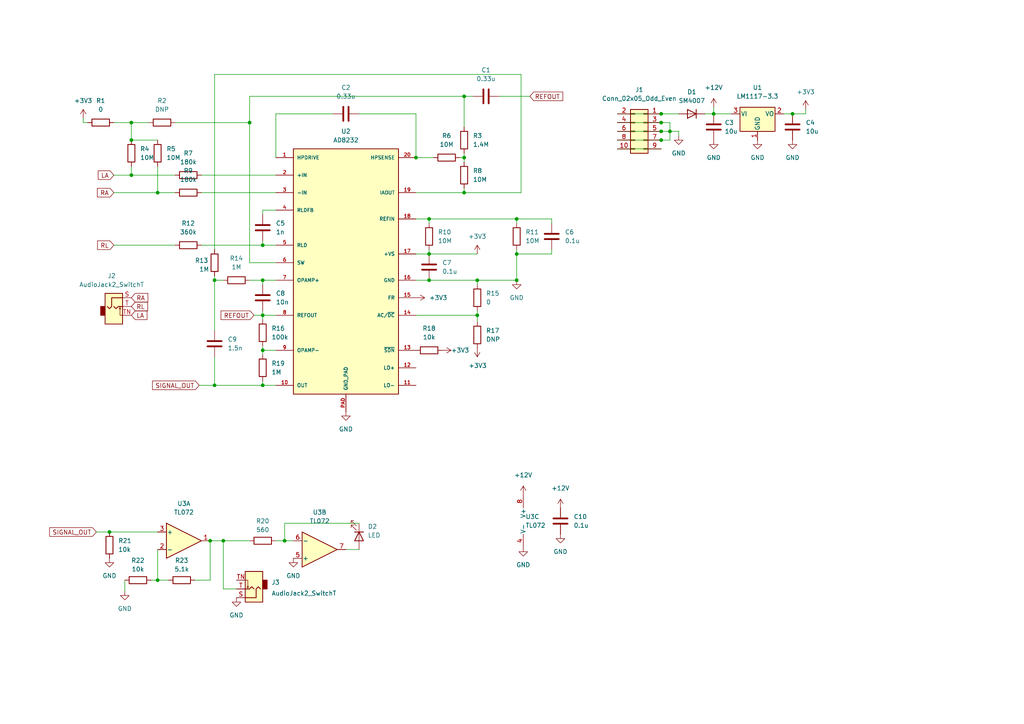
<source format=kicad_sch>
(kicad_sch (version 20211123) (generator eeschema)
  (paper "A4")
  (lib_symbols
    (symbol "AD8232:AD8232" (pin_names (offset 1.016))
      (property "Reference" "U" (at -15.24 45.72 0))
      (property "Value" "AD8232" (at -15.24 -30.48 0))
      (symbol "AD8232_0_0"
        (rectangle (start -15.24 -27.94) (end 15.24 43.18) (stroke (width 0.254)) (fill (type background)))
        (pin bidirectional line (at -20.32 40.64 0) (length 5.08) (name "HPDRIVE") (number "1"))
        (pin bidirectional line (at -20.32 -25.4 0) (length 5.08) (name "OUT") (number "10"))
        (pin bidirectional line (at 20.32 -25.4 180) (length 5.08) (name "LO-") (number "11"))
        (pin bidirectional line (at 20.32 -20.32 180) (length 5.08) (name "LO+") (number "12"))
        (pin bidirectional line (at 20.32 -15.24 180) (length 5.08) (name "~{SDN}") (number "13"))
        (pin bidirectional line (at 20.32 -5.08 180) (length 5.08) (name "AC/~{DC}") (number "14"))
        (pin bidirectional line (at 20.32 0 180) (length 5.08) (name "FR") (number "15"))
        (pin bidirectional line (at 20.32 5.08 180) (length 5.08) (name "GND") (number "16"))
        (pin bidirectional line (at 20.32 12.7 180) (length 5.08) (name "+VS") (number "17"))
        (pin bidirectional line (at 20.32 22.86 180) (length 5.08) (name "REFIN") (number "18"))
        (pin bidirectional line (at 20.32 30.48 180) (length 5.08) (name "IAOUT") (number "19"))
        (pin bidirectional line (at -20.32 35.56 0) (length 5.08) (name "+IN") (number "2"))
        (pin bidirectional line (at 20.32 40.64 180) (length 5.08) (name "HPSENSE") (number "20"))
        (pin bidirectional line (at -20.32 30.48 0) (length 5.08) (name "-IN") (number "3"))
        (pin bidirectional line (at -20.32 25.4 0) (length 5.08) (name "RLDFB") (number "4"))
        (pin bidirectional line (at -20.32 15.24 0) (length 5.08) (name "RLD") (number "5"))
        (pin bidirectional line (at -20.32 10.16 0) (length 5.08) (name "SW") (number "6"))
        (pin bidirectional line (at -20.32 5.08 0) (length 5.08) (name "OPAMP+") (number "7"))
        (pin bidirectional line (at -20.32 -5.08 0) (length 5.08) (name "REFOUT") (number "8"))
        (pin bidirectional line (at -20.32 -15.24 0) (length 5.08) (name "OPAMP-") (number "9"))
        (pin bidirectional line (at 0 -33.02 90) (length 5.08) (name "GND_PAD") (number "PAD"))
      )
    )
    (symbol "Amplifier_Operational:TL072" (pin_names (offset 0.127))
      (property "Reference" "U" (at 0 5.08 0))
      (property "Value" "TL072" (at 0 -5.08 0))
      (symbol "TL072_1_1"
        (polyline (pts (xy -5.08 5.08) (xy 5.08 0) (xy -5.08 -5.08) (xy -5.08 5.08)) (stroke (width 0.254)) (fill (type background)))
        (pin output line (at 7.62 0 180) (length 2.54) (name "~") (number "1"))
        (pin input line (at -7.62 -2.54 0) (length 2.54) (name "-") (number "2"))
        (pin input line (at -7.62 2.54 0) (length 2.54) (name "+") (number "3"))
      )
      (symbol "TL072_2_1"
        (polyline (pts (xy -5.08 5.08) (xy 5.08 0) (xy -5.08 -5.08) (xy -5.08 5.08)) (stroke (width 0.254)) (fill (type background)))
        (pin input line (at -7.62 2.54 0) (length 2.54) (name "+") (number "5"))
        (pin input line (at -7.62 -2.54 0) (length 2.54) (name "-") (number "6"))
        (pin output line (at 7.62 0 180) (length 2.54) (name "~") (number "7"))
      )
      (symbol "TL072_3_1"
        (pin power_in line (at -2.54 -7.62 90) (length 3.81) (name "V-") (number "4"))
        (pin power_in line (at -2.54 7.62 270) (length 3.81) (name "V+") (number "8"))
      )
    )
    (symbol "Connector:AudioJack2_SwitchT"
      (property "Reference" "J" (at 0 8.89 0))
      (property "Value" "AudioJack2_SwitchT" (at 0 6.35 0))
      (symbol "AudioJack2_SwitchT_0_1"
        (rectangle (start -2.54 0) (end -3.81 -2.54) (stroke (width 0.254)) (fill (type outline)))
        (polyline (pts (xy 1.778 -0.254) (xy 2.032 -0.762)))
        (polyline (pts (xy 0 0) (xy 0.635 -0.635) (xy 1.27 0) (xy 2.54 0)) (stroke (width 0.254)))
        (polyline (pts (xy 2.54 -2.54) (xy 1.778 -2.54) (xy 1.778 -0.254) (xy 1.524 -0.762)))
        (polyline (pts (xy 2.54 2.54) (xy -0.635 2.54) (xy -0.635 0) (xy -1.27 -0.635) (xy -1.905 0)) (stroke (width 0.254)))
        (rectangle (start 2.54 3.81) (end -2.54 -5.08) (stroke (width 0.254)) (fill (type background)))
      )
      (symbol "AudioJack2_SwitchT_1_1"
        (pin passive line (at 5.08 2.54 180) (length 2.54) (name "~") (number "S"))
        (pin passive line (at 5.08 0 180) (length 2.54) (name "~") (number "T"))
        (pin passive line (at 5.08 -2.54 180) (length 2.54) (name "~") (number "TN"))
      )
    )
    (symbol "Connector_Generic:Conn_02x05_Odd_Even" (pin_names (offset 1.016) hide)
      (property "Reference" "J" (at 1.27 7.62 0))
      (property "Value" "Conn_02x05_Odd_Even" (at 1.27 -7.62 0))
      (symbol "Conn_02x05_Odd_Even_1_1"
        (rectangle (start -1.27 -4.953) (end 0 -5.207) (stroke (width 0.1524)))
        (rectangle (start -1.27 -2.413) (end 0 -2.667) (stroke (width 0.1524)))
        (rectangle (start -1.27 0.127) (end 0 -0.127) (stroke (width 0.1524)))
        (rectangle (start -1.27 2.667) (end 0 2.413) (stroke (width 0.1524)))
        (rectangle (start -1.27 5.207) (end 0 4.953) (stroke (width 0.1524)))
        (rectangle (start -1.27 6.35) (end 3.81 -6.35) (stroke (width 0.254)) (fill (type background)))
        (rectangle (start 3.81 -4.953) (end 2.54 -5.207) (stroke (width 0.1524)))
        (rectangle (start 3.81 -2.413) (end 2.54 -2.667) (stroke (width 0.1524)))
        (rectangle (start 3.81 0.127) (end 2.54 -0.127) (stroke (width 0.1524)))
        (rectangle (start 3.81 2.667) (end 2.54 2.413) (stroke (width 0.1524)))
        (rectangle (start 3.81 5.207) (end 2.54 4.953) (stroke (width 0.1524)))
        (pin passive line (at -5.08 5.08 0) (length 3.81) (name "Pin_1") (number "1"))
        (pin passive line (at 7.62 -5.08 180) (length 3.81) (name "Pin_10") (number "10"))
        (pin passive line (at 7.62 5.08 180) (length 3.81) (name "Pin_2") (number "2"))
        (pin passive line (at -5.08 2.54 0) (length 3.81) (name "Pin_3") (number "3"))
        (pin passive line (at 7.62 2.54 180) (length 3.81) (name "Pin_4") (number "4"))
        (pin passive line (at -5.08 0 0) (length 3.81) (name "Pin_5") (number "5"))
        (pin passive line (at 7.62 0 180) (length 3.81) (name "Pin_6") (number "6"))
        (pin passive line (at -5.08 -2.54 0) (length 3.81) (name "Pin_7") (number "7"))
        (pin passive line (at 7.62 -2.54 180) (length 3.81) (name "Pin_8") (number "8"))
        (pin passive line (at -5.08 -5.08 0) (length 3.81) (name "Pin_9") (number "9"))
      )
    )
    (symbol "Device:C" (pin_numbers hide) (pin_names (offset 0.254))
      (property "Reference" "C" (at 0.635 2.54 0))
      (property "Value" "C" (at 0.635 -2.54 0))
      (symbol "C_0_1"
        (polyline (pts (xy -2.032 -0.762) (xy 2.032 -0.762)) (stroke (width 0.508)))
        (polyline (pts (xy -2.032 0.762) (xy 2.032 0.762)) (stroke (width 0.508)))
      )
      (symbol "C_1_1"
        (pin passive line (at 0 3.81 270) (length 2.794) (name "~") (number "1"))
        (pin passive line (at 0 -3.81 90) (length 2.794) (name "~") (number "2"))
      )
    )
    (symbol "Device:LED" (pin_numbers hide) (pin_names (offset 1.016) hide)
      (property "Reference" "D" (at 0 2.54 0))
      (property "Value" "LED" (at 0 -2.54 0))
      (symbol "LED_0_1"
        (polyline (pts (xy -1.27 -1.27) (xy -1.27 1.27)) (stroke (width 0.254)))
        (polyline (pts (xy -1.27 0) (xy 1.27 0)))
        (polyline (pts (xy 1.27 -1.27) (xy 1.27 1.27) (xy -1.27 0) (xy 1.27 -1.27)) (stroke (width 0.254)))
        (polyline (pts (xy -3.048 -0.762) (xy -4.572 -2.286) (xy -3.81 -2.286) (xy -4.572 -2.286) (xy -4.572 -1.524)))
        (polyline (pts (xy -1.778 -0.762) (xy -3.302 -2.286) (xy -2.54 -2.286) (xy -3.302 -2.286) (xy -3.302 -1.524)))
      )
      (symbol "LED_1_1"
        (pin passive line (at -3.81 0 0) (length 2.54) (name "K") (number "1"))
        (pin passive line (at 3.81 0 180) (length 2.54) (name "A") (number "2"))
      )
    )
    (symbol "Device:R" (pin_numbers hide) (pin_names (offset 0))
      (property "Reference" "R" (at 2.032 0 90))
      (property "Value" "R" (at 0 0 90))
      (symbol "R_0_1"
        (rectangle (start -1.016 -2.54) (end 1.016 2.54) (stroke (width 0.254)))
      )
      (symbol "R_1_1"
        (pin passive line (at 0 3.81 270) (length 1.27) (name "~") (number "1"))
        (pin passive line (at 0 -3.81 90) (length 1.27) (name "~") (number "2"))
      )
    )
    (symbol "Diode:SM4007" (pin_numbers hide) (pin_names (offset 1.016) hide)
      (property "Reference" "D" (at 0 2.54 0))
      (property "Value" "SM4007" (at 0 -2.54 0))
      (symbol "SM4007_0_1"
        (polyline (pts (xy -1.27 1.27) (xy -1.27 -1.27)) (stroke (width 0.254)))
        (polyline (pts (xy 1.27 0) (xy -1.27 0)))
        (polyline (pts (xy 1.27 1.27) (xy 1.27 -1.27) (xy -1.27 0) (xy 1.27 1.27)) (stroke (width 0.254)))
      )
      (symbol "SM4007_1_1"
        (pin passive line (at -3.81 0 0) (length 2.54) (name "K") (number "1"))
        (pin passive line (at 3.81 0 180) (length 2.54) (name "A") (number "2"))
      )
    )
    (symbol "Regulator_Linear:LM1117-3.3" (pin_names (offset 0.254))
      (property "Reference" "U" (at -3.81 3.175 0))
      (property "Value" "LM1117-3.3" (at 0 3.175 0))
      (symbol "LM1117-3.3_0_1"
        (rectangle (start -5.08 -5.08) (end 5.08 1.905) (stroke (width 0.254)) (fill (type background)))
      )
      (symbol "LM1117-3.3_1_1"
        (pin power_in line (at 0 -7.62 90) (length 2.54) (name "GND") (number "1"))
        (pin power_out line (at 7.62 0 180) (length 2.54) (name "VO") (number "2"))
        (pin power_in line (at -7.62 0 0) (length 2.54) (name "VI") (number "3"))
      )
    )
    (symbol "power:+12V" (power) (pin_names (offset 0))
      (property "Value" "+12V" (at 0 3.556 0))
      (symbol "+12V_0_1"
        (polyline (pts (xy -0.762 1.27) (xy 0 2.54)))
        (polyline (pts (xy 0 0) (xy 0 2.54)))
        (polyline (pts (xy 0 2.54) (xy 0.762 1.27)))
      )
      (symbol "+12V_1_1"
        (pin power_in line (at 0 0 90) (length 0) hide (name "+12V") (number "1"))
      )
    )
    (symbol "power:+3.3V" (power) (pin_names (offset 0))
      (property "Value" "+3.3V" (at 0 3.556 0))
      (symbol "+3.3V_0_1"
        (polyline (pts (xy -0.762 1.27) (xy 0 2.54)))
        (polyline (pts (xy 0 0) (xy 0 2.54)))
        (polyline (pts (xy 0 2.54) (xy 0.762 1.27)))
      )
      (symbol "+3.3V_1_1"
        (pin power_in line (at 0 0 90) (length 0) hide (name "+3V3") (number "1"))
      )
    )
    (symbol "power:GND" (power) (pin_names (offset 0))
      (property "Value" "GND" (at 0 -3.81 0))
      (symbol "GND_0_1"
        (polyline (pts (xy 0 0) (xy 0 -1.27) (xy 1.27 -1.27) (xy 0 -2.54) (xy -1.27 -1.27) (xy 0 -1.27)))
      )
      (symbol "GND_1_1"
        (pin power_in line (at 0 0 270) (length 0) hide (name "GND") (number "1"))
      )
    )
  )
  (junction (at 72.39 35.56))
  (junction (at 134.62 45.72))
  (junction (at 76.2 81.28))
  (junction (at 138.43 91.44))
  (junction (at 124.46 81.28))
  (junction (at 120.65 45.72))
  (junction (at 76.2 91.44))
  (junction (at 191.77 35.56))
  (junction (at 191.77 40.64))
  (junction (at 76.2 101.6))
  (junction (at 207.01 33.02))
  (junction (at 38.1 50.8))
  (junction (at 76.2 71.12))
  (junction (at 229.87 33.02))
  (junction (at 64.77 156.845))
  (junction (at 38.1 35.56))
  (junction (at 134.62 27.94))
  (junction (at 134.62 55.88))
  (junction (at 62.23 81.28))
  (junction (at 138.43 81.28))
  (junction (at 76.2 111.76))
  (junction (at 191.77 33.02))
  (junction (at 31.75 154.305))
  (junction (at 62.23 111.76))
  (junction (at 60.96 156.845))
  (junction (at 149.86 73.66))
  (junction (at 191.77 38.1))
  (junction (at 45.72 168.275))
  (junction (at 38.1 40.64))
  (junction (at 124.46 73.66))
  (junction (at 149.86 63.5))
  (junction (at 194.31 38.1))
  (junction (at 149.86 81.28))
  (junction (at 45.72 55.88))
  (junction (at 82.55 156.845))
  (junction (at 124.46 63.5))
  (wire (pts (xy 24.13 35.56) (xy 24.13 34.29)))
  (wire (pts (xy 76.2 111.76) (xy 76.2 110.49)))
  (wire (pts (xy 72.39 27.94) (xy 72.39 35.56)))
  (wire (pts (xy 72.39 76.2) (xy 80.01 76.2)))
  (wire (pts (xy 160.02 73.66) (xy 160.02 72.39)))
  (wire (pts (xy 76.2 100.33) (xy 76.2 101.6)))
  (wire (pts (xy 62.23 72.39) (xy 62.23 21.59)))
  (wire (pts (xy 134.62 44.45) (xy 134.62 45.72)))
  (wire (pts (xy 76.2 91.44) (xy 76.2 92.71)))
  (wire (pts (xy 134.62 27.94) (xy 137.16 27.94)))
  (wire (pts (xy 82.55 151.765) (xy 82.55 156.845)))
  (wire (pts (xy 191.77 40.64) (xy 194.31 40.64)))
  (wire (pts (xy 57.785 111.76) (xy 62.23 111.76)))
  (wire (pts (xy 120.65 33.02) (xy 120.65 45.72)))
  (wire (pts (xy 104.14 33.02) (xy 120.65 33.02)))
  (wire (pts (xy 133.35 45.72) (xy 134.62 45.72)))
  (wire (pts (xy 179.07 43.18) (xy 191.77 43.18)))
  (wire (pts (xy 36.195 168.275) (xy 36.195 171.45)))
  (wire (pts (xy 38.1 35.56) (xy 38.1 40.64)))
  (wire (pts (xy 76.2 101.6) (xy 80.01 101.6)))
  (wire (pts (xy 138.43 81.28) (xy 138.43 82.55)))
  (wire (pts (xy 72.39 81.28) (xy 76.2 81.28)))
  (wire (pts (xy 149.86 73.66) (xy 149.86 72.39)))
  (wire (pts (xy 196.85 38.1) (xy 196.85 39.37)))
  (wire (pts (xy 207.01 33.02) (xy 212.09 33.02)))
  (wire (pts (xy 160.02 64.77) (xy 160.02 63.5)))
  (wire (pts (xy 31.75 154.305) (xy 45.72 154.305)))
  (wire (pts (xy 60.96 156.845) (xy 60.96 168.275)))
  (wire (pts (xy 62.23 81.28) (xy 62.23 95.885)))
  (wire (pts (xy 194.31 38.1) (xy 196.85 38.1)))
  (wire (pts (xy 134.62 27.94) (xy 72.39 27.94)))
  (wire (pts (xy 64.77 170.815) (xy 68.58 170.815)))
  (wire (pts (xy 80.01 60.96) (xy 76.2 60.96)))
  (wire (pts (xy 38.1 40.64) (xy 45.72 40.64)))
  (wire (pts (xy 80.01 71.12) (xy 76.2 71.12)))
  (wire (pts (xy 76.2 101.6) (xy 76.2 102.87)))
  (wire (pts (xy 120.65 63.5) (xy 124.46 63.5)))
  (wire (pts (xy 80.01 33.02) (xy 96.52 33.02)))
  (wire (pts (xy 120.65 45.72) (xy 125.73 45.72)))
  (wire (pts (xy 64.77 156.845) (xy 64.77 170.815)))
  (wire (pts (xy 58.42 55.88) (xy 80.01 55.88)))
  (wire (pts (xy 45.72 55.88) (xy 45.72 48.26)))
  (wire (pts (xy 33.02 35.56) (xy 38.1 35.56)))
  (wire (pts (xy 160.02 63.5) (xy 149.86 63.5)))
  (wire (pts (xy 233.68 33.02) (xy 233.68 31.75)))
  (wire (pts (xy 62.23 103.505) (xy 62.23 111.76)))
  (wire (pts (xy 50.8 55.88) (xy 45.72 55.88)))
  (wire (pts (xy 25.4 35.56) (xy 24.13 35.56)))
  (wire (pts (xy 204.47 33.02) (xy 207.01 33.02)))
  (wire (pts (xy 229.87 33.02) (xy 233.68 33.02)))
  (wire (pts (xy 64.77 156.845) (xy 72.39 156.845)))
  (wire (pts (xy 191.77 35.56) (xy 194.31 35.56)))
  (wire (pts (xy 38.1 48.26) (xy 38.1 50.8)))
  (wire (pts (xy 179.07 35.56) (xy 191.77 35.56)))
  (wire (pts (xy 207.01 31.115) (xy 207.01 33.02)))
  (wire (pts (xy 100.33 159.385) (xy 104.14 159.385)))
  (wire (pts (xy 80.01 156.845) (xy 82.55 156.845)))
  (wire (pts (xy 144.78 27.94) (xy 153.67 27.94)))
  (wire (pts (xy 45.72 168.275) (xy 48.895 168.275)))
  (wire (pts (xy 76.2 81.28) (xy 76.2 82.55)))
  (wire (pts (xy 33.02 55.88) (xy 45.72 55.88)))
  (wire (pts (xy 62.23 21.59) (xy 151.13 21.59)))
  (wire (pts (xy 194.31 40.64) (xy 194.31 38.1)))
  (wire (pts (xy 76.2 69.85) (xy 76.2 71.12)))
  (wire (pts (xy 38.1 35.56) (xy 43.18 35.56)))
  (wire (pts (xy 124.46 73.66) (xy 124.46 72.39)))
  (wire (pts (xy 151.13 21.59) (xy 151.13 55.88)))
  (wire (pts (xy 124.46 63.5) (xy 149.86 63.5)))
  (wire (pts (xy 82.55 156.845) (xy 85.09 156.845)))
  (wire (pts (xy 179.07 38.1) (xy 191.77 38.1)))
  (wire (pts (xy 191.77 38.1) (xy 194.31 38.1)))
  (wire (pts (xy 120.65 81.28) (xy 124.46 81.28)))
  (wire (pts (xy 80.01 111.76) (xy 76.2 111.76)))
  (wire (pts (xy 138.43 81.28) (xy 149.86 81.28)))
  (wire (pts (xy 134.62 45.72) (xy 134.62 46.99)))
  (wire (pts (xy 58.42 50.8) (xy 80.01 50.8)))
  (wire (pts (xy 73.66 91.44) (xy 76.2 91.44)))
  (wire (pts (xy 120.65 91.44) (xy 138.43 91.44)))
  (wire (pts (xy 124.46 73.66) (xy 138.43 73.66)))
  (wire (pts (xy 120.65 73.66) (xy 124.46 73.66)))
  (wire (pts (xy 149.86 73.66) (xy 160.02 73.66)))
  (wire (pts (xy 72.39 35.56) (xy 72.39 76.2)))
  (wire (pts (xy 179.07 33.02) (xy 191.77 33.02)))
  (wire (pts (xy 76.2 90.17) (xy 76.2 91.44)))
  (wire (pts (xy 50.8 50.8) (xy 38.1 50.8)))
  (wire (pts (xy 76.2 60.96) (xy 76.2 62.23)))
  (wire (pts (xy 120.65 55.88) (xy 134.62 55.88)))
  (wire (pts (xy 80.01 45.72) (xy 80.01 33.02)))
  (wire (pts (xy 149.86 81.28) (xy 149.86 73.66)))
  (wire (pts (xy 138.43 90.17) (xy 138.43 91.44)))
  (wire (pts (xy 104.14 151.765) (xy 82.55 151.765)))
  (wire (pts (xy 191.77 33.02) (xy 196.85 33.02)))
  (wire (pts (xy 62.23 80.01) (xy 62.23 81.28)))
  (wire (pts (xy 76.2 81.28) (xy 80.01 81.28)))
  (wire (pts (xy 227.33 33.02) (xy 229.87 33.02)))
  (wire (pts (xy 194.31 35.56) (xy 194.31 38.1)))
  (wire (pts (xy 27.94 154.305) (xy 31.75 154.305)))
  (wire (pts (xy 134.62 55.88) (xy 151.13 55.88)))
  (wire (pts (xy 56.515 168.275) (xy 60.96 168.275)))
  (wire (pts (xy 50.8 35.56) (xy 72.39 35.56)))
  (wire (pts (xy 124.46 81.28) (xy 138.43 81.28)))
  (wire (pts (xy 45.72 159.385) (xy 45.72 168.275)))
  (wire (pts (xy 134.62 55.88) (xy 134.62 54.61)))
  (wire (pts (xy 138.43 93.345) (xy 138.43 91.44)))
  (wire (pts (xy 60.96 156.845) (xy 64.77 156.845)))
  (wire (pts (xy 76.2 91.44) (xy 80.01 91.44)))
  (wire (pts (xy 64.77 81.28) (xy 62.23 81.28)))
  (wire (pts (xy 33.02 71.12) (xy 50.8 71.12)))
  (wire (pts (xy 124.46 64.77) (xy 124.46 63.5)))
  (wire (pts (xy 179.07 40.64) (xy 191.77 40.64)))
  (wire (pts (xy 33.02 50.8) (xy 38.1 50.8)))
  (wire (pts (xy 43.815 168.275) (xy 45.72 168.275)))
  (wire (pts (xy 134.62 36.83) (xy 134.62 27.94)))
  (wire (pts (xy 58.42 71.12) (xy 76.2 71.12)))
  (wire (pts (xy 149.86 63.5) (xy 149.86 64.77)))
  (wire (pts (xy 62.23 111.76) (xy 76.2 111.76)))
  (global_label "LA" (shape input) (at 38.1 91.44 0) (property "Intersheet References" "${INTERSHEET_REFS}" (effects hide)))
  (global_label "REFOUT" (shape input) (at 153.67 27.94 0) (property "Intersheet References" "${INTERSHEET_REFS}" (effects hide)))
  (global_label "RL" (shape input) (at 38.1 88.9 0) (property "Intersheet References" "${INTERSHEET_REFS}" (effects hide)))
  (global_label "SIGNAL_OUT" (shape input) (at 27.94 154.305 180) (property "Intersheet References" "${INTERSHEET_REFS}" (effects hide)))
  (global_label "RL" (shape input) (at 33.02 71.12 180) (property "Intersheet References" "${INTERSHEET_REFS}" (effects hide)))
  (global_label "REFOUT" (shape input) (at 73.66 91.44 180) (property "Intersheet References" "${INTERSHEET_REFS}" (effects hide)))
  (global_label "LA" (shape input) (at 33.02 50.8 180) (property "Intersheet References" "${INTERSHEET_REFS}" (effects hide)))
  (global_label "SIGNAL_OUT" (shape input) (at 57.785 111.76 180) (property "Intersheet References" "${INTERSHEET_REFS}" (effects hide)))
  (global_label "RA" (shape input) (at 38.1 86.36 0) (property "Intersheet References" "${INTERSHEET_REFS}" (effects hide)))
  (global_label "RA" (shape input) (at 33.02 55.88 180) (property "Intersheet References" "${INTERSHEET_REFS}" (effects hide)))
  (symbol (lib_id "Device:C") (at 162.56 151.13 180) (unit 1)
    (property "Reference" "C10" (at 166.37 149.8599 0) (effects (justify right)))
    (property "Value" "0.1u" (at 166.37 152.3999 0) (effects (justify right)))
    (property "Footprint" "Capacitor_SMD:C_0603_1608Metric" (effects hide))
  )
  (symbol (lib_id "Device:R") (at 31.75 158.115 180) (unit 1)
    (property "Reference" "R21" (at 34.29 156.8449 0) (effects (justify right)))
    (property "Value" "10k" (at 34.29 159.3849 0) (effects (justify right)))
    (property "Footprint" "Resistor_SMD:R_0603_1608Metric" (effects hide))
  )
  (symbol (lib_id "Amplifier_Operational:TL072") (at 154.305 151.13 0) (unit 3)
    (property "Reference" "U3" (at 152.4 149.8599 0) (effects (justify left)))
    (property "Value" "TL072" (at 152.4 152.3999 0) (effects (justify left)))
    (property "Footprint" "Package_SO:SOIC-8_3.9x4.9mm_P1.27mm" (effects hide))
    (property "Datasheet" "http://www.ti.com/lit/ds/symlink/tl071.pdf" (effects hide))
  )
  (symbol (lib_id "Device:R") (at 149.86 68.58 0) (unit 1)
    (property "Reference" "R11" (at 152.4 67.3099 0) (effects (justify left)))
    (property "Value" "10M" (at 152.4 69.8499 0) (effects (justify left)))
    (property "Footprint" "Resistor_SMD:R_0603_1608Metric" (effects hide))
  )
  (symbol (lib_id "Amplifier_Operational:TL072") (at 53.34 156.845 0) (unit 1)
    (property "Reference" "U3" (at 53.34 146.05 0))
    (property "Value" "TL072" (at 53.34 148.59 0))
    (property "Footprint" "Package_SO:SOIC-8_3.9x4.9mm_P1.27mm" (effects hide))
    (property "Datasheet" "http://www.ti.com/lit/ds/symlink/tl071.pdf" (effects hide))
  )
  (symbol (lib_id "power:+12V") (at 162.56 147.32 0) (unit 1)
    (property "Reference" "#PWR015" (effects hide))
    (property "Value" "+12V" (at 162.56 141.605 0))
  )
  (symbol (lib_id "power:+3.3V") (at 138.43 73.66 0) (unit 1)
    (property "Reference" "#PWR08" (effects hide))
    (property "Value" "+3.3V" (at 138.43 68.58 0))
  )
  (symbol (lib_id "Device:R") (at 54.61 50.8 90) (unit 1)
    (property "Reference" "R7" (at 54.61 44.45 90))
    (property "Value" "180k" (at 54.61 46.99 90))
    (property "Footprint" "Resistor_SMD:R_0603_1608Metric" (effects hide))
  )
  (symbol (lib_id "Device:R") (at 76.2 96.52 0) (unit 1)
    (property "Reference" "R16" (at 78.74 95.2499 0) (effects (justify left)))
    (property "Value" "100k" (at 78.74 97.7899 0) (effects (justify left)))
    (property "Footprint" "Resistor_SMD:R_0603_1608Metric" (effects hide))
  )
  (symbol (lib_id "Device:C") (at 76.2 66.04 180) (unit 1)
    (property "Reference" "C5" (at 80.01 64.7699 0) (effects (justify right)))
    (property "Value" "1n" (at 80.01 67.3099 0) (effects (justify right)))
    (property "Footprint" "Capacitor_SMD:C_0603_1608Metric" (effects hide))
  )
  (symbol (lib_id "Connector:AudioJack2_SwitchT") (at 73.66 170.815 180) (unit 1)
    (property "Reference" "J3" (at 78.74 168.9099 0) (effects (justify right)))
    (property "Value" "AudioJack2_SwitchT" (at 78.74 172.085 0) (effects (justify right)))
    (property "Footprint" "Connector_Audio:Jack_3.5mm_QingPu_WQP-PJ398SM_Vertical_CircularHoles" (effects hide))
  )
  (symbol (lib_id "Device:R") (at 138.43 86.36 0) (unit 1)
    (property "Reference" "R15" (at 140.97 85.0899 0) (effects (justify left)))
    (property "Value" "0" (at 140.97 87.6299 0) (effects (justify left)))
    (property "Footprint" "Resistor_SMD:R_0603_1608Metric" (effects hide))
  )
  (symbol (lib_id "Device:C") (at 76.2 86.36 180) (unit 1)
    (property "Reference" "C8" (at 80.01 85.0899 0) (effects (justify right)))
    (property "Value" "10n" (at 80.01 87.6299 0) (effects (justify right)))
    (property "Footprint" "Capacitor_SMD:C_0603_1608Metric" (effects hide))
  )
  (symbol (lib_id "Device:R") (at 54.61 55.88 90) (unit 1)
    (property "Reference" "R9" (at 54.61 49.53 90))
    (property "Value" "180k" (at 54.61 52.07 90))
    (property "Footprint" "Resistor_SMD:R_0603_1608Metric" (effects hide))
  )
  (symbol (lib_id "power:GND") (at 162.56 154.94 0) (unit 1)
    (property "Reference" "#PWR016" (effects hide))
    (property "Value" "GND" (at 162.56 160.02 0))
  )
  (symbol (lib_id "power:+12V") (at 207.01 31.115 0) (unit 1)
    (property "Reference" "#PWR01" (effects hide))
    (property "Value" "+12V" (at 207.01 25.4 0))
  )
  (symbol (lib_id "power:+3.3V") (at 24.13 34.29 0) (unit 1)
    (property "Reference" "#PWR03" (effects hide))
    (property "Value" "+3.3V" (at 24.13 29.21 0))
  )
  (symbol (lib_id "power:GND") (at 151.765 158.75 0) (unit 1)
    (property "Reference" "#PWR017" (effects hide))
    (property "Value" "GND" (at 151.765 163.83 0))
  )
  (symbol (lib_id "Device:R") (at 45.72 44.45 180) (unit 1)
    (property "Reference" "R5" (at 48.26 43.1799 0) (effects (justify right)))
    (property "Value" "10M" (at 48.26 45.7199 0) (effects (justify right)))
    (property "Footprint" "Resistor_SMD:R_0603_1608Metric" (effects hide))
  )
  (symbol (lib_id "Device:R") (at 76.2 156.845 90) (unit 1)
    (property "Reference" "R20" (at 76.2 151.13 90))
    (property "Value" "560" (at 76.2 153.67 90))
    (property "Footprint" "Resistor_SMD:R_0603_1608Metric" (effects hide))
  )
  (symbol (lib_id "power:GND") (at 36.195 171.45 0) (unit 1)
    (property "Reference" "#PWR020" (effects hide))
    (property "Value" "GND" (at 36.195 176.53 0))
  )
  (symbol (lib_id "Device:R") (at 46.99 35.56 90) (unit 1)
    (property "Reference" "R2" (at 46.99 29.21 90))
    (property "Value" "DNP" (at 46.99 31.75 90))
    (property "Footprint" "Resistor_SMD:R_0603_1608Metric" (effects hide))
  )
  (symbol (lib_id "Device:R") (at 76.2 106.68 0) (unit 1)
    (property "Reference" "R19" (at 78.74 105.4099 0) (effects (justify left)))
    (property "Value" "1M" (at 78.74 107.9499 0) (effects (justify left)))
    (property "Footprint" "Resistor_SMD:R_0603_1608Metric" (effects hide))
  )
  (symbol (lib_id "power:+3.3V") (at 233.68 31.75 0) (unit 1)
    (property "Reference" "#PWR02" (effects hide))
    (property "Value" "+3.3V" (at 233.68 26.67 0))
  )
  (symbol (lib_id "Device:R") (at 29.21 35.56 90) (unit 1)
    (property "Reference" "R1" (at 29.21 29.21 90))
    (property "Value" "0" (at 29.21 31.75 90))
    (property "Footprint" "Resistor_SMD:R_0603_1608Metric" (effects hide))
  )
  (symbol (lib_id "power:+3.3V") (at 120.65 86.36 270) (unit 1)
    (property "Reference" "#PWR010" (effects hide))
    (property "Value" "+3.3V" (at 124.46 86.3599 90) (effects (justify left)))
  )
  (symbol (lib_id "Device:C") (at 229.87 36.83 180) (unit 1)
    (property "Reference" "C4" (at 233.68 35.5599 0) (effects (justify right)))
    (property "Value" "10u" (at 233.68 38.0999 0) (effects (justify right)))
    (property "Footprint" "Capacitor_SMD:C_0603_1608Metric" (effects hide))
  )
  (symbol (lib_id "Device:R") (at 124.46 68.58 0) (unit 1)
    (property "Reference" "R10" (at 127 67.3099 0) (effects (justify left)))
    (property "Value" "10M" (at 127 69.8499 0) (effects (justify left)))
    (property "Footprint" "Resistor_SMD:R_0603_1608Metric" (effects hide))
  )
  (symbol (lib_id "Device:R") (at 129.54 45.72 90) (unit 1)
    (property "Reference" "R6" (at 129.54 39.37 90))
    (property "Value" "10M" (at 129.54 41.91 90))
    (property "Footprint" "Resistor_SMD:R_0603_1608Metric" (effects hide))
  )
  (symbol (lib_id "Device:R") (at 68.58 81.28 90) (unit 1)
    (property "Reference" "R14" (at 68.58 74.93 90))
    (property "Value" "1M" (at 68.58 77.47 90))
    (property "Footprint" "Resistor_SMD:R_0603_1608Metric" (effects hide))
  )
  (symbol (lib_id "power:GND") (at 100.33 119.38 0) (unit 1)
    (property "Reference" "#PWR013" (effects hide))
    (property "Value" "GND" (at 100.33 124.46 0))
  )
  (symbol (lib_id "Device:R") (at 38.1 44.45 180) (unit 1)
    (property "Reference" "R4" (at 40.64 43.1799 0) (effects (justify right)))
    (property "Value" "10M" (at 40.64 45.7199 0) (effects (justify right)))
    (property "Footprint" "Resistor_SMD:R_0603_1608Metric" (effects hide))
  )
  (symbol (lib_id "Device:R") (at 52.705 168.275 90) (unit 1)
    (property "Reference" "R23" (at 52.705 162.56 90))
    (property "Value" "5.1k" (at 52.705 165.1 90))
    (property "Footprint" "Resistor_SMD:R_0603_1608Metric" (effects hide))
  )
  (symbol (lib_id "power:+3.3V") (at 138.43 100.965 180) (unit 1)
    (property "Reference" "#PWR011" (effects hide))
    (property "Value" "+3.3V" (at 135.89 106.045 0) (effects (justify right)))
  )
  (symbol (lib_id "AD8232:AD8232") (at 100.33 86.36 0) (unit 1)
    (property "Reference" "U2" (at 100.33 38.1 0))
    (property "Value" "AD8232" (at 100.33 40.64 0))
    (property "Footprint" "AD8232:LFCSP_20" (effects hide))
    (property "PROD_ID" "IC-11886" (effects hide))
  )
  (symbol (lib_id "Device:C") (at 160.02 68.58 180) (unit 1)
    (property "Reference" "C6" (at 163.83 67.3099 0) (effects (justify right)))
    (property "Value" "0.1u" (at 163.83 69.8499 0) (effects (justify right)))
    (property "Footprint" "Capacitor_SMD:C_0603_1608Metric" (effects hide))
  )
  (symbol (lib_id "Device:C") (at 62.23 99.695 180) (unit 1)
    (property "Reference" "C9" (at 66.04 98.4249 0) (effects (justify right)))
    (property "Value" "1.5n" (at 66.04 100.9649 0) (effects (justify right)))
    (property "Footprint" "Capacitor_SMD:C_0603_1608Metric" (effects hide))
  )
  (symbol (lib_id "Device:R") (at 134.62 50.8 0) (unit 1)
    (property "Reference" "R8" (at 137.16 49.5299 0) (effects (justify left)))
    (property "Value" "10M" (at 137.16 52.0699 0) (effects (justify left)))
    (property "Footprint" "Resistor_SMD:R_0603_1608Metric" (effects hide))
  )
  (symbol (lib_id "Device:LED") (at 104.14 155.575 270) (unit 1)
    (property "Reference" "D2" (at 106.68 152.7174 90) (effects (justify left)))
    (property "Value" "LED" (at 106.68 155.2574 90) (effects (justify left)))
    (property "Footprint" "LED_THT:LED_D3.0mm_FlatTop" (effects hide))
  )
  (symbol (lib_id "power:+12V") (at 151.765 143.51 0) (unit 1)
    (property "Reference" "#PWR014" (effects hide))
    (property "Value" "+12V" (at 151.765 137.795 0))
  )
  (symbol (lib_id "Device:C") (at 100.33 33.02 270) (unit 1)
    (property "Reference" "C2" (at 100.33 25.4 90))
    (property "Value" "0.33u" (at 100.33 27.94 90))
    (property "Footprint" "Capacitor_SMD:C_0603_1608Metric" (effects hide))
  )
  (symbol (lib_id "Device:C") (at 140.97 27.94 270) (unit 1)
    (property "Reference" "C1" (at 140.97 20.32 90))
    (property "Value" "0.33u" (at 140.97 22.86 90))
    (property "Footprint" "Capacitor_SMD:C_0603_1608Metric" (effects hide))
  )
  (symbol (lib_id "power:GND") (at 219.71 40.64 0) (unit 1)
    (property "Reference" "#PWR06" (effects hide))
    (property "Value" "GND" (at 219.71 45.72 0))
  )
  (symbol (lib_id "Device:C") (at 124.46 77.47 180) (unit 1)
    (property "Reference" "C7" (at 128.27 76.1999 0) (effects (justify right)))
    (property "Value" "0.1u" (at 128.27 78.7399 0) (effects (justify right)))
    (property "Footprint" "Capacitor_SMD:C_0603_1608Metric" (effects hide))
  )
  (symbol (lib_id "power:GND") (at 196.85 39.37 0) (unit 1)
    (property "Reference" "#PWR04" (effects hide))
    (property "Value" "GND" (at 196.85 44.45 0))
  )
  (symbol (lib_id "power:GND") (at 149.86 81.28 0) (unit 1)
    (property "Reference" "#PWR09" (effects hide))
    (property "Value" "GND" (at 149.86 86.36 0))
  )
  (symbol (lib_id "power:GND") (at 85.09 161.925 0) (unit 1)
    (property "Reference" "#PWR019" (effects hide))
    (property "Value" "GND" (at 85.09 167.005 0))
  )
  (symbol (lib_id "power:GND") (at 207.01 40.64 0) (unit 1)
    (property "Reference" "#PWR05" (effects hide))
    (property "Value" "GND" (at 207.01 45.72 0))
  )
  (symbol (lib_id "power:GND") (at 229.87 40.64 0) (unit 1)
    (property "Reference" "#PWR07" (effects hide))
    (property "Value" "GND" (at 229.87 45.72 0))
  )
  (symbol (lib_id "Diode:SM4007") (at 200.66 33.02 180) (unit 1)
    (property "Reference" "D1" (at 200.66 26.67 0))
    (property "Value" "SM4007" (at 200.66 29.21 0))
    (property "Footprint" "Diode_SMD:D_SOD-123" (effects hide))
    (property "Datasheet" "http://cdn-reichelt.de/documents/datenblatt/A400/SMD1N400%23DIO.pdf" (effects hide))
  )
  (symbol (lib_id "power:GND") (at 68.58 173.355 0) (unit 1)
    (property "Reference" "#PWR021" (effects hide))
    (property "Value" "GND" (at 68.58 178.435 0))
  )
  (symbol (lib_id "Connector_Generic:Conn_02x05_Odd_Even") (at 186.69 38.1 0) (mirror y) (unit 1)
    (property "Reference" "J1" (at 185.42 26.035 0))
    (property "Value" "Conn_02x05_Odd_Even" (at 185.42 28.575 0))
    (property "Footprint" "4ms_Connector:Pins_2x05_2.54mm_TH_Europower" (effects hide))
  )
  (symbol (lib_id "Device:R") (at 40.005 168.275 90) (unit 1)
    (property "Reference" "R22" (at 40.005 162.56 90))
    (property "Value" "10k" (at 40.005 165.1 90))
    (property "Footprint" "Resistor_SMD:R_0603_1608Metric" (effects hide))
  )
  (symbol (lib_id "power:GND") (at 31.75 161.925 0) (unit 1)
    (property "Reference" "#PWR018" (effects hide))
    (property "Value" "GND" (at 31.75 167.005 0))
  )
  (symbol (lib_id "Device:R") (at 138.43 97.155 180) (unit 1)
    (property "Reference" "R17" (at 140.97 95.8849 0) (effects (justify right)))
    (property "Value" "DNP" (at 140.97 98.4249 0) (effects (justify right)))
    (property "Footprint" "Resistor_SMD:R_0603_1608Metric" (effects hide))
  )
  (symbol (lib_id "Device:R") (at 54.61 71.12 90) (unit 1)
    (property "Reference" "R12" (at 54.61 64.77 90))
    (property "Value" "360k" (at 54.61 67.31 90))
    (property "Footprint" "Resistor_SMD:R_0603_1608Metric" (effects hide))
  )
  (symbol (lib_id "Device:C") (at 207.01 36.83 180) (unit 1)
    (property "Reference" "C3" (at 210.185 35.56 0) (effects (justify right)))
    (property "Value" "10u" (at 210.185 38.1 0) (effects (justify right)))
    (property "Footprint" "Capacitor_SMD:C_0603_1608Metric" (effects hide))
  )
  (symbol (lib_id "Amplifier_Operational:TL072") (at 92.71 159.385 0) (mirror x) (unit 2)
    (property "Reference" "U3" (at 92.71 148.59 0))
    (property "Value" "TL072" (at 92.71 151.13 0))
    (property "Footprint" "Package_SO:SOIC-8_3.9x4.9mm_P1.27mm" (effects hide))
    (property "Datasheet" "http://www.ti.com/lit/ds/symlink/tl071.pdf" (effects hide))
  )
  (symbol (lib_id "Device:R") (at 62.23 76.2 0) (unit 1)
    (property "Reference" "R13" (at 56.515 75.565 0) (effects (justify left)))
    (property "Value" "1M" (at 57.785 78.105 0) (effects (justify left)))
    (property "Footprint" "Resistor_SMD:R_0603_1608Metric" (effects hide))
  )
  (symbol (lib_id "Connector:AudioJack2_SwitchT") (at 33.02 88.9 0) (unit 1)
    (property "Reference" "J2" (at 32.385 80.01 0))
    (property "Value" "AudioJack2_SwitchT" (at 32.385 82.55 0))
    (property "Footprint" "Connector_Audio:Jack_3.5mm_QingPu_WQP-PJ398SM_Vertical_CircularHoles" (effects hide))
  )
  (symbol (lib_id "Regulator_Linear:LM1117-3.3") (at 219.71 33.02 0) (unit 1)
    (property "Reference" "U1" (at 219.71 25.4 0))
    (property "Value" "LM1117-3.3" (at 219.71 27.94 0))
    (property "Footprint" "Package_TO_SOT_SMD:SOT-223-3_TabPin2" (effects hide))
    (property "Datasheet" "http://www.ti.com/lit/ds/symlink/lm1117.pdf" (effects hide))
  )
  (symbol (lib_id "power:+3.3V") (at 128.27 101.6 270) (unit 1)
    (property "Reference" "#PWR012" (effects hide))
    (property "Value" "+3.3V" (at 130.81 101.6 90) (effects (justify left)))
  )
  (symbol (lib_id "Device:R") (at 124.46 101.6 90) (unit 1)
    (property "Reference" "R18" (at 124.46 95.25 90))
    (property "Value" "10k" (at 124.46 97.79 90))
    (property "Footprint" "Resistor_SMD:R_0603_1608Metric" (effects hide))
  )
  (symbol (lib_id "Device:R") (at 134.62 40.64 0) (unit 1)
    (property "Reference" "R3" (at 137.16 39.3699 0) (effects (justify left)))
    (property "Value" "1.4M" (at 137.16 41.9099 0) (effects (justify left)))
    (property "Footprint" "Resistor_SMD:R_0603_1608Metric" (effects hide))
  )
)
</source>
